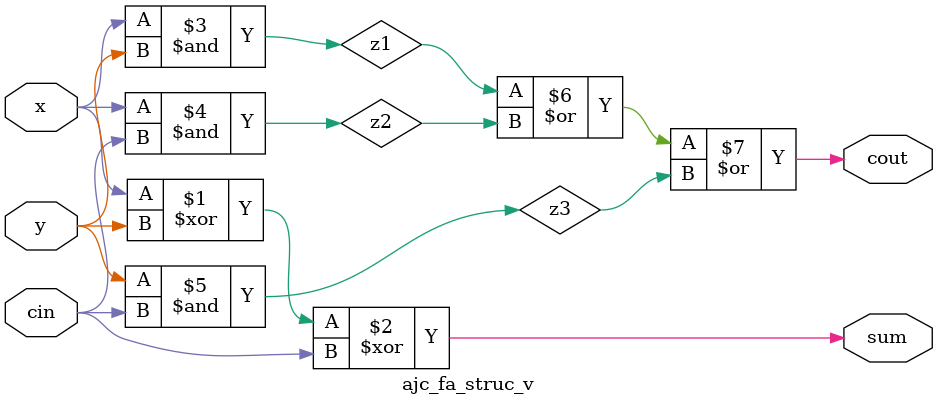
<source format=v>
module ajc_fa_struc_v (cin, x, y, sum, cout);
	input cin, x, y;
	output sum, cout;
	wire z1, z2, z3;
	
		xor (sum, x, y, cin);
		and (z1, x, y);
		and (z2, x, cin);
		and (z3, y, cin);
		or (cout, z1, z2, z3);
		
endmodule

</source>
